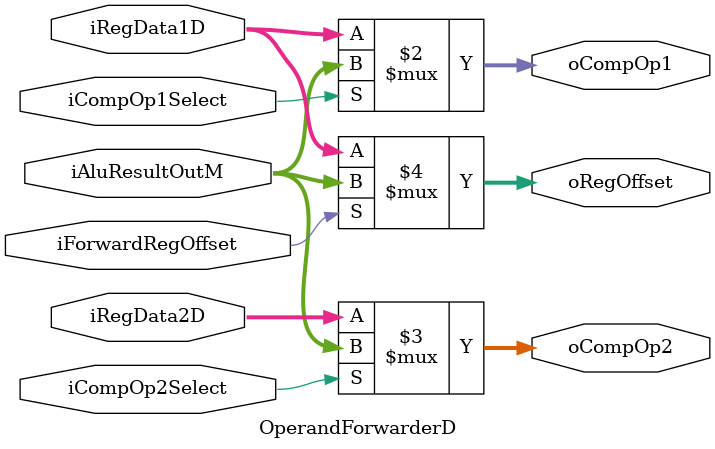
<source format=sv>
module OperandForwarderD(
  
  input  logic [31:0] iRegData1D,
  input  logic [31:0] iRegData2D,
  input  logic [31:0] iAluResultOutM,
  input  logic        iCompOp1Select,
  input  logic        iCompOp2Select,
  input  logic        iForwardRegOffset,

  output logic [31:0] oCompOp1,
  output logic [31:0] oCompOp2,
  output logic [31:0] oRegOffset
);

  always_comb begin 
    oCompOp1   = iCompOp1Select ? iAluResultOutM : iRegData1D;
    oCompOp2   = iCompOp2Select ? iAluResultOutM : iRegData2D;
    oRegOffset = iForwardRegOffset ? iAluResultOutM : iRegData1D;
  end

endmodule
</source>
